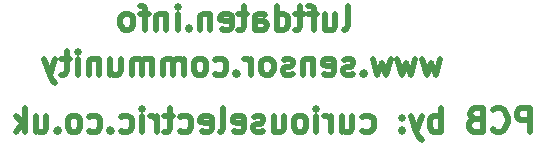
<source format=gbr>
G04 #@! TF.GenerationSoftware,KiCad,Pcbnew,(5.1.0)-1*
G04 #@! TF.CreationDate,2020-07-30T12:22:47+01:00*
G04 #@! TF.ProjectId,AirQualityLuftDaten,41697251-7561-46c6-9974-794c75667444,rev?*
G04 #@! TF.SameCoordinates,Original*
G04 #@! TF.FileFunction,Legend,Bot*
G04 #@! TF.FilePolarity,Positive*
%FSLAX46Y46*%
G04 Gerber Fmt 4.6, Leading zero omitted, Abs format (unit mm)*
G04 Created by KiCad (PCBNEW (5.1.0)-1) date 2020-07-30 12:22:47*
%MOMM*%
%LPD*%
G04 APERTURE LIST*
%ADD10C,0.500000*%
G04 APERTURE END LIST*
D10*
X164716285Y-92725761D02*
X164716285Y-90725761D01*
X163954380Y-90725761D01*
X163763904Y-90821000D01*
X163668666Y-90916238D01*
X163573428Y-91106714D01*
X163573428Y-91392428D01*
X163668666Y-91582904D01*
X163763904Y-91678142D01*
X163954380Y-91773380D01*
X164716285Y-91773380D01*
X161573428Y-92535285D02*
X161668666Y-92630523D01*
X161954380Y-92725761D01*
X162144857Y-92725761D01*
X162430571Y-92630523D01*
X162621047Y-92440047D01*
X162716285Y-92249571D01*
X162811523Y-91868619D01*
X162811523Y-91582904D01*
X162716285Y-91201952D01*
X162621047Y-91011476D01*
X162430571Y-90821000D01*
X162144857Y-90725761D01*
X161954380Y-90725761D01*
X161668666Y-90821000D01*
X161573428Y-90916238D01*
X160049619Y-91678142D02*
X159763904Y-91773380D01*
X159668666Y-91868619D01*
X159573428Y-92059095D01*
X159573428Y-92344809D01*
X159668666Y-92535285D01*
X159763904Y-92630523D01*
X159954380Y-92725761D01*
X160716285Y-92725761D01*
X160716285Y-90725761D01*
X160049619Y-90725761D01*
X159859142Y-90821000D01*
X159763904Y-90916238D01*
X159668666Y-91106714D01*
X159668666Y-91297190D01*
X159763904Y-91487666D01*
X159859142Y-91582904D01*
X160049619Y-91678142D01*
X160716285Y-91678142D01*
X157192476Y-92725761D02*
X157192476Y-90725761D01*
X157192476Y-91487666D02*
X157002000Y-91392428D01*
X156621047Y-91392428D01*
X156430571Y-91487666D01*
X156335333Y-91582904D01*
X156240095Y-91773380D01*
X156240095Y-92344809D01*
X156335333Y-92535285D01*
X156430571Y-92630523D01*
X156621047Y-92725761D01*
X157002000Y-92725761D01*
X157192476Y-92630523D01*
X155573428Y-91392428D02*
X155097238Y-92725761D01*
X154621047Y-91392428D02*
X155097238Y-92725761D01*
X155287714Y-93201952D01*
X155382952Y-93297190D01*
X155573428Y-93392428D01*
X153859142Y-92535285D02*
X153763904Y-92630523D01*
X153859142Y-92725761D01*
X153954380Y-92630523D01*
X153859142Y-92535285D01*
X153859142Y-92725761D01*
X153859142Y-91487666D02*
X153763904Y-91582904D01*
X153859142Y-91678142D01*
X153954380Y-91582904D01*
X153859142Y-91487666D01*
X153859142Y-91678142D01*
X150525809Y-92630523D02*
X150716285Y-92725761D01*
X151097238Y-92725761D01*
X151287714Y-92630523D01*
X151382952Y-92535285D01*
X151478190Y-92344809D01*
X151478190Y-91773380D01*
X151382952Y-91582904D01*
X151287714Y-91487666D01*
X151097238Y-91392428D01*
X150716285Y-91392428D01*
X150525809Y-91487666D01*
X148811523Y-91392428D02*
X148811523Y-92725761D01*
X149668666Y-91392428D02*
X149668666Y-92440047D01*
X149573428Y-92630523D01*
X149382952Y-92725761D01*
X149097238Y-92725761D01*
X148906761Y-92630523D01*
X148811523Y-92535285D01*
X147859142Y-92725761D02*
X147859142Y-91392428D01*
X147859142Y-91773380D02*
X147763904Y-91582904D01*
X147668666Y-91487666D01*
X147478190Y-91392428D01*
X147287714Y-91392428D01*
X146621047Y-92725761D02*
X146621047Y-91392428D01*
X146621047Y-90725761D02*
X146716285Y-90821000D01*
X146621047Y-90916238D01*
X146525809Y-90821000D01*
X146621047Y-90725761D01*
X146621047Y-90916238D01*
X145382952Y-92725761D02*
X145573428Y-92630523D01*
X145668666Y-92535285D01*
X145763904Y-92344809D01*
X145763904Y-91773380D01*
X145668666Y-91582904D01*
X145573428Y-91487666D01*
X145382952Y-91392428D01*
X145097238Y-91392428D01*
X144906761Y-91487666D01*
X144811523Y-91582904D01*
X144716285Y-91773380D01*
X144716285Y-92344809D01*
X144811523Y-92535285D01*
X144906761Y-92630523D01*
X145097238Y-92725761D01*
X145382952Y-92725761D01*
X143002000Y-91392428D02*
X143002000Y-92725761D01*
X143859142Y-91392428D02*
X143859142Y-92440047D01*
X143763904Y-92630523D01*
X143573428Y-92725761D01*
X143287714Y-92725761D01*
X143097238Y-92630523D01*
X143002000Y-92535285D01*
X142144857Y-92630523D02*
X141954380Y-92725761D01*
X141573428Y-92725761D01*
X141382952Y-92630523D01*
X141287714Y-92440047D01*
X141287714Y-92344809D01*
X141382952Y-92154333D01*
X141573428Y-92059095D01*
X141859142Y-92059095D01*
X142049619Y-91963857D01*
X142144857Y-91773380D01*
X142144857Y-91678142D01*
X142049619Y-91487666D01*
X141859142Y-91392428D01*
X141573428Y-91392428D01*
X141382952Y-91487666D01*
X139668666Y-92630523D02*
X139859142Y-92725761D01*
X140240095Y-92725761D01*
X140430571Y-92630523D01*
X140525809Y-92440047D01*
X140525809Y-91678142D01*
X140430571Y-91487666D01*
X140240095Y-91392428D01*
X139859142Y-91392428D01*
X139668666Y-91487666D01*
X139573428Y-91678142D01*
X139573428Y-91868619D01*
X140525809Y-92059095D01*
X138430571Y-92725761D02*
X138621047Y-92630523D01*
X138716285Y-92440047D01*
X138716285Y-90725761D01*
X136906761Y-92630523D02*
X137097238Y-92725761D01*
X137478190Y-92725761D01*
X137668666Y-92630523D01*
X137763904Y-92440047D01*
X137763904Y-91678142D01*
X137668666Y-91487666D01*
X137478190Y-91392428D01*
X137097238Y-91392428D01*
X136906761Y-91487666D01*
X136811523Y-91678142D01*
X136811523Y-91868619D01*
X137763904Y-92059095D01*
X135097238Y-92630523D02*
X135287714Y-92725761D01*
X135668666Y-92725761D01*
X135859142Y-92630523D01*
X135954380Y-92535285D01*
X136049619Y-92344809D01*
X136049619Y-91773380D01*
X135954380Y-91582904D01*
X135859142Y-91487666D01*
X135668666Y-91392428D01*
X135287714Y-91392428D01*
X135097238Y-91487666D01*
X134525809Y-91392428D02*
X133763904Y-91392428D01*
X134240095Y-90725761D02*
X134240095Y-92440047D01*
X134144857Y-92630523D01*
X133954380Y-92725761D01*
X133763904Y-92725761D01*
X133097238Y-92725761D02*
X133097238Y-91392428D01*
X133097238Y-91773380D02*
X133002000Y-91582904D01*
X132906761Y-91487666D01*
X132716285Y-91392428D01*
X132525809Y-91392428D01*
X131859142Y-92725761D02*
X131859142Y-91392428D01*
X131859142Y-90725761D02*
X131954380Y-90821000D01*
X131859142Y-90916238D01*
X131763904Y-90821000D01*
X131859142Y-90725761D01*
X131859142Y-90916238D01*
X130049619Y-92630523D02*
X130240095Y-92725761D01*
X130621047Y-92725761D01*
X130811523Y-92630523D01*
X130906761Y-92535285D01*
X131002000Y-92344809D01*
X131002000Y-91773380D01*
X130906761Y-91582904D01*
X130811523Y-91487666D01*
X130621047Y-91392428D01*
X130240095Y-91392428D01*
X130049619Y-91487666D01*
X129192476Y-92535285D02*
X129097238Y-92630523D01*
X129192476Y-92725761D01*
X129287714Y-92630523D01*
X129192476Y-92535285D01*
X129192476Y-92725761D01*
X127382952Y-92630523D02*
X127573428Y-92725761D01*
X127954380Y-92725761D01*
X128144857Y-92630523D01*
X128240095Y-92535285D01*
X128335333Y-92344809D01*
X128335333Y-91773380D01*
X128240095Y-91582904D01*
X128144857Y-91487666D01*
X127954380Y-91392428D01*
X127573428Y-91392428D01*
X127382952Y-91487666D01*
X126240095Y-92725761D02*
X126430571Y-92630523D01*
X126525809Y-92535285D01*
X126621047Y-92344809D01*
X126621047Y-91773380D01*
X126525809Y-91582904D01*
X126430571Y-91487666D01*
X126240095Y-91392428D01*
X125954380Y-91392428D01*
X125763904Y-91487666D01*
X125668666Y-91582904D01*
X125573428Y-91773380D01*
X125573428Y-92344809D01*
X125668666Y-92535285D01*
X125763904Y-92630523D01*
X125954380Y-92725761D01*
X126240095Y-92725761D01*
X124716285Y-92535285D02*
X124621047Y-92630523D01*
X124716285Y-92725761D01*
X124811523Y-92630523D01*
X124716285Y-92535285D01*
X124716285Y-92725761D01*
X122906761Y-91392428D02*
X122906761Y-92725761D01*
X123763904Y-91392428D02*
X123763904Y-92440047D01*
X123668666Y-92630523D01*
X123478190Y-92725761D01*
X123192476Y-92725761D01*
X123002000Y-92630523D01*
X122906761Y-92535285D01*
X121954380Y-92725761D02*
X121954380Y-90725761D01*
X121763904Y-91963857D02*
X121192476Y-92725761D01*
X121192476Y-91392428D02*
X121954380Y-92154333D01*
X148985714Y-84089761D02*
X149176190Y-83994523D01*
X149271428Y-83804047D01*
X149271428Y-82089761D01*
X147366666Y-82756428D02*
X147366666Y-84089761D01*
X148223809Y-82756428D02*
X148223809Y-83804047D01*
X148128571Y-83994523D01*
X147938095Y-84089761D01*
X147652380Y-84089761D01*
X147461904Y-83994523D01*
X147366666Y-83899285D01*
X146700000Y-82756428D02*
X145938095Y-82756428D01*
X146414285Y-84089761D02*
X146414285Y-82375476D01*
X146319047Y-82185000D01*
X146128571Y-82089761D01*
X145938095Y-82089761D01*
X145557142Y-82756428D02*
X144795238Y-82756428D01*
X145271428Y-82089761D02*
X145271428Y-83804047D01*
X145176190Y-83994523D01*
X144985714Y-84089761D01*
X144795238Y-84089761D01*
X143271428Y-84089761D02*
X143271428Y-82089761D01*
X143271428Y-83994523D02*
X143461904Y-84089761D01*
X143842857Y-84089761D01*
X144033333Y-83994523D01*
X144128571Y-83899285D01*
X144223809Y-83708809D01*
X144223809Y-83137380D01*
X144128571Y-82946904D01*
X144033333Y-82851666D01*
X143842857Y-82756428D01*
X143461904Y-82756428D01*
X143271428Y-82851666D01*
X141461904Y-84089761D02*
X141461904Y-83042142D01*
X141557142Y-82851666D01*
X141747619Y-82756428D01*
X142128571Y-82756428D01*
X142319047Y-82851666D01*
X141461904Y-83994523D02*
X141652380Y-84089761D01*
X142128571Y-84089761D01*
X142319047Y-83994523D01*
X142414285Y-83804047D01*
X142414285Y-83613571D01*
X142319047Y-83423095D01*
X142128571Y-83327857D01*
X141652380Y-83327857D01*
X141461904Y-83232619D01*
X140795238Y-82756428D02*
X140033333Y-82756428D01*
X140509523Y-82089761D02*
X140509523Y-83804047D01*
X140414285Y-83994523D01*
X140223809Y-84089761D01*
X140033333Y-84089761D01*
X138604761Y-83994523D02*
X138795238Y-84089761D01*
X139176190Y-84089761D01*
X139366666Y-83994523D01*
X139461904Y-83804047D01*
X139461904Y-83042142D01*
X139366666Y-82851666D01*
X139176190Y-82756428D01*
X138795238Y-82756428D01*
X138604761Y-82851666D01*
X138509523Y-83042142D01*
X138509523Y-83232619D01*
X139461904Y-83423095D01*
X137652380Y-82756428D02*
X137652380Y-84089761D01*
X137652380Y-82946904D02*
X137557142Y-82851666D01*
X137366666Y-82756428D01*
X137080952Y-82756428D01*
X136890476Y-82851666D01*
X136795238Y-83042142D01*
X136795238Y-84089761D01*
X135842857Y-83899285D02*
X135747619Y-83994523D01*
X135842857Y-84089761D01*
X135938095Y-83994523D01*
X135842857Y-83899285D01*
X135842857Y-84089761D01*
X134890476Y-84089761D02*
X134890476Y-82756428D01*
X134890476Y-82089761D02*
X134985714Y-82185000D01*
X134890476Y-82280238D01*
X134795238Y-82185000D01*
X134890476Y-82089761D01*
X134890476Y-82280238D01*
X133938095Y-82756428D02*
X133938095Y-84089761D01*
X133938095Y-82946904D02*
X133842857Y-82851666D01*
X133652380Y-82756428D01*
X133366666Y-82756428D01*
X133176190Y-82851666D01*
X133080952Y-83042142D01*
X133080952Y-84089761D01*
X132414285Y-82756428D02*
X131652380Y-82756428D01*
X132128571Y-84089761D02*
X132128571Y-82375476D01*
X132033333Y-82185000D01*
X131842857Y-82089761D01*
X131652380Y-82089761D01*
X130700000Y-84089761D02*
X130890476Y-83994523D01*
X130985714Y-83899285D01*
X131080952Y-83708809D01*
X131080952Y-83137380D01*
X130985714Y-82946904D01*
X130890476Y-82851666D01*
X130700000Y-82756428D01*
X130414285Y-82756428D01*
X130223809Y-82851666D01*
X130128571Y-82946904D01*
X130033333Y-83137380D01*
X130033333Y-83708809D01*
X130128571Y-83899285D01*
X130223809Y-83994523D01*
X130414285Y-84089761D01*
X130700000Y-84089761D01*
X157096904Y-86566428D02*
X156715952Y-87899761D01*
X156335000Y-86947380D01*
X155954047Y-87899761D01*
X155573095Y-86566428D01*
X155001666Y-86566428D02*
X154620714Y-87899761D01*
X154239761Y-86947380D01*
X153858809Y-87899761D01*
X153477857Y-86566428D01*
X152906428Y-86566428D02*
X152525476Y-87899761D01*
X152144523Y-86947380D01*
X151763571Y-87899761D01*
X151382619Y-86566428D01*
X150620714Y-87709285D02*
X150525476Y-87804523D01*
X150620714Y-87899761D01*
X150715952Y-87804523D01*
X150620714Y-87709285D01*
X150620714Y-87899761D01*
X149763571Y-87804523D02*
X149573095Y-87899761D01*
X149192142Y-87899761D01*
X149001666Y-87804523D01*
X148906428Y-87614047D01*
X148906428Y-87518809D01*
X149001666Y-87328333D01*
X149192142Y-87233095D01*
X149477857Y-87233095D01*
X149668333Y-87137857D01*
X149763571Y-86947380D01*
X149763571Y-86852142D01*
X149668333Y-86661666D01*
X149477857Y-86566428D01*
X149192142Y-86566428D01*
X149001666Y-86661666D01*
X147287380Y-87804523D02*
X147477857Y-87899761D01*
X147858809Y-87899761D01*
X148049285Y-87804523D01*
X148144523Y-87614047D01*
X148144523Y-86852142D01*
X148049285Y-86661666D01*
X147858809Y-86566428D01*
X147477857Y-86566428D01*
X147287380Y-86661666D01*
X147192142Y-86852142D01*
X147192142Y-87042619D01*
X148144523Y-87233095D01*
X146335000Y-86566428D02*
X146335000Y-87899761D01*
X146335000Y-86756904D02*
X146239761Y-86661666D01*
X146049285Y-86566428D01*
X145763571Y-86566428D01*
X145573095Y-86661666D01*
X145477857Y-86852142D01*
X145477857Y-87899761D01*
X144620714Y-87804523D02*
X144430238Y-87899761D01*
X144049285Y-87899761D01*
X143858809Y-87804523D01*
X143763571Y-87614047D01*
X143763571Y-87518809D01*
X143858809Y-87328333D01*
X144049285Y-87233095D01*
X144335000Y-87233095D01*
X144525476Y-87137857D01*
X144620714Y-86947380D01*
X144620714Y-86852142D01*
X144525476Y-86661666D01*
X144335000Y-86566428D01*
X144049285Y-86566428D01*
X143858809Y-86661666D01*
X142620714Y-87899761D02*
X142811190Y-87804523D01*
X142906428Y-87709285D01*
X143001666Y-87518809D01*
X143001666Y-86947380D01*
X142906428Y-86756904D01*
X142811190Y-86661666D01*
X142620714Y-86566428D01*
X142335000Y-86566428D01*
X142144523Y-86661666D01*
X142049285Y-86756904D01*
X141954047Y-86947380D01*
X141954047Y-87518809D01*
X142049285Y-87709285D01*
X142144523Y-87804523D01*
X142335000Y-87899761D01*
X142620714Y-87899761D01*
X141096904Y-87899761D02*
X141096904Y-86566428D01*
X141096904Y-86947380D02*
X141001666Y-86756904D01*
X140906428Y-86661666D01*
X140715952Y-86566428D01*
X140525476Y-86566428D01*
X139858809Y-87709285D02*
X139763571Y-87804523D01*
X139858809Y-87899761D01*
X139954047Y-87804523D01*
X139858809Y-87709285D01*
X139858809Y-87899761D01*
X138049285Y-87804523D02*
X138239761Y-87899761D01*
X138620714Y-87899761D01*
X138811190Y-87804523D01*
X138906428Y-87709285D01*
X139001666Y-87518809D01*
X139001666Y-86947380D01*
X138906428Y-86756904D01*
X138811190Y-86661666D01*
X138620714Y-86566428D01*
X138239761Y-86566428D01*
X138049285Y-86661666D01*
X136906428Y-87899761D02*
X137096904Y-87804523D01*
X137192142Y-87709285D01*
X137287380Y-87518809D01*
X137287380Y-86947380D01*
X137192142Y-86756904D01*
X137096904Y-86661666D01*
X136906428Y-86566428D01*
X136620714Y-86566428D01*
X136430238Y-86661666D01*
X136335000Y-86756904D01*
X136239761Y-86947380D01*
X136239761Y-87518809D01*
X136335000Y-87709285D01*
X136430238Y-87804523D01*
X136620714Y-87899761D01*
X136906428Y-87899761D01*
X135382619Y-87899761D02*
X135382619Y-86566428D01*
X135382619Y-86756904D02*
X135287380Y-86661666D01*
X135096904Y-86566428D01*
X134811190Y-86566428D01*
X134620714Y-86661666D01*
X134525476Y-86852142D01*
X134525476Y-87899761D01*
X134525476Y-86852142D02*
X134430238Y-86661666D01*
X134239761Y-86566428D01*
X133954047Y-86566428D01*
X133763571Y-86661666D01*
X133668333Y-86852142D01*
X133668333Y-87899761D01*
X132715952Y-87899761D02*
X132715952Y-86566428D01*
X132715952Y-86756904D02*
X132620714Y-86661666D01*
X132430238Y-86566428D01*
X132144523Y-86566428D01*
X131954047Y-86661666D01*
X131858809Y-86852142D01*
X131858809Y-87899761D01*
X131858809Y-86852142D02*
X131763571Y-86661666D01*
X131573095Y-86566428D01*
X131287380Y-86566428D01*
X131096904Y-86661666D01*
X131001666Y-86852142D01*
X131001666Y-87899761D01*
X129192142Y-86566428D02*
X129192142Y-87899761D01*
X130049285Y-86566428D02*
X130049285Y-87614047D01*
X129954047Y-87804523D01*
X129763571Y-87899761D01*
X129477857Y-87899761D01*
X129287380Y-87804523D01*
X129192142Y-87709285D01*
X128239761Y-86566428D02*
X128239761Y-87899761D01*
X128239761Y-86756904D02*
X128144523Y-86661666D01*
X127954047Y-86566428D01*
X127668333Y-86566428D01*
X127477857Y-86661666D01*
X127382619Y-86852142D01*
X127382619Y-87899761D01*
X126430238Y-87899761D02*
X126430238Y-86566428D01*
X126430238Y-85899761D02*
X126525476Y-85995000D01*
X126430238Y-86090238D01*
X126335000Y-85995000D01*
X126430238Y-85899761D01*
X126430238Y-86090238D01*
X125763571Y-86566428D02*
X125001666Y-86566428D01*
X125477857Y-85899761D02*
X125477857Y-87614047D01*
X125382619Y-87804523D01*
X125192142Y-87899761D01*
X125001666Y-87899761D01*
X124525476Y-86566428D02*
X124049285Y-87899761D01*
X123573095Y-86566428D02*
X124049285Y-87899761D01*
X124239761Y-88375952D01*
X124335000Y-88471190D01*
X124525476Y-88566428D01*
M02*

</source>
